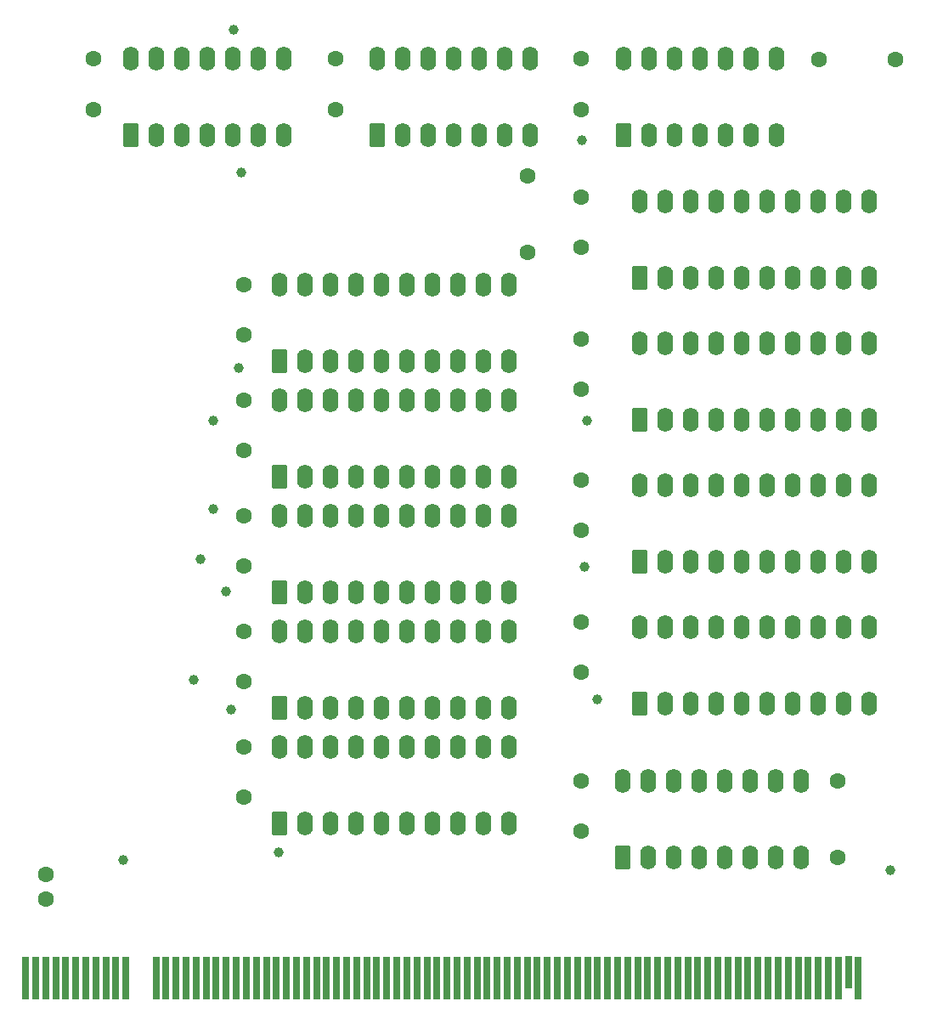
<source format=gbr>
%TF.GenerationSoftware,KiCad,Pcbnew,9.0.5*%
%TF.CreationDate,2025-11-19T18:18:20+02:00*%
%TF.ProjectId,register_file_accum,72656769-7374-4657-925f-66696c655f61,rev?*%
%TF.SameCoordinates,Original*%
%TF.FileFunction,Soldermask,Top*%
%TF.FilePolarity,Negative*%
%FSLAX46Y46*%
G04 Gerber Fmt 4.6, Leading zero omitted, Abs format (unit mm)*
G04 Created by KiCad (PCBNEW 9.0.5) date 2025-11-19 18:18:20*
%MOMM*%
%LPD*%
G01*
G04 APERTURE LIST*
G04 Aperture macros list*
%AMRoundRect*
0 Rectangle with rounded corners*
0 $1 Rounding radius*
0 $2 $3 $4 $5 $6 $7 $8 $9 X,Y pos of 4 corners*
0 Add a 4 corners polygon primitive as box body*
4,1,4,$2,$3,$4,$5,$6,$7,$8,$9,$2,$3,0*
0 Add four circle primitives for the rounded corners*
1,1,$1+$1,$2,$3*
1,1,$1+$1,$4,$5*
1,1,$1+$1,$6,$7*
1,1,$1+$1,$8,$9*
0 Add four rect primitives between the rounded corners*
20,1,$1+$1,$2,$3,$4,$5,0*
20,1,$1+$1,$4,$5,$6,$7,0*
20,1,$1+$1,$6,$7,$8,$9,0*
20,1,$1+$1,$8,$9,$2,$3,0*%
G04 Aperture macros list end*
%ADD10C,1.600000*%
%ADD11C,1.000000*%
%ADD12RoundRect,0.250000X0.550000X-0.950000X0.550000X0.950000X-0.550000X0.950000X-0.550000X-0.950000X0*%
%ADD13O,1.600000X2.400000*%
%ADD14R,0.700000X4.300000*%
%ADD15R,0.700000X3.200000*%
G04 APERTURE END LIST*
D10*
%TO.C,C7*%
X73275000Y-130646036D03*
X73275000Y-128146036D03*
%TD*%
D11*
%TO.C,~{LoadXH}1*%
X92750000Y-58250000D03*
%TD*%
D12*
%TO.C,XH1*%
X96570000Y-77060000D03*
D13*
X99110000Y-77060000D03*
X101650000Y-77060000D03*
X104190000Y-77060000D03*
X106730000Y-77060000D03*
X109270000Y-77060000D03*
X111810000Y-77060000D03*
X114350000Y-77060000D03*
X116890000Y-77060000D03*
X119430000Y-77060000D03*
X119430000Y-69440000D03*
X116890000Y-69440000D03*
X114350000Y-69440000D03*
X111810000Y-69440000D03*
X109270000Y-69440000D03*
X106730000Y-69440000D03*
X104190000Y-69440000D03*
X101650000Y-69440000D03*
X99110000Y-69440000D03*
X96570000Y-69440000D03*
%TD*%
D10*
%TO.C,C10*%
X78050000Y-46940000D03*
X78050000Y-51940000D03*
%TD*%
%TO.C,C6*%
X102200000Y-46940000D03*
X102200000Y-51940000D03*
%TD*%
%TO.C,R6*%
X150380000Y-47000000D03*
X158000000Y-47000000D03*
%TD*%
D12*
%TO.C,YH1*%
X96570000Y-100060000D03*
D13*
X99110000Y-100060000D03*
X101650000Y-100060000D03*
X104190000Y-100060000D03*
X106730000Y-100060000D03*
X109270000Y-100060000D03*
X111810000Y-100060000D03*
X114350000Y-100060000D03*
X116890000Y-100060000D03*
X119430000Y-100060000D03*
X119430000Y-92440000D03*
X116890000Y-92440000D03*
X114350000Y-92440000D03*
X111810000Y-92440000D03*
X109270000Y-92440000D03*
X106730000Y-92440000D03*
X104190000Y-92440000D03*
X101650000Y-92440000D03*
X99110000Y-92440000D03*
X96570000Y-92440000D03*
%TD*%
D11*
%TO.C,~{LoadZL}1*%
X88750000Y-96750000D03*
%TD*%
D14*
%TO.C,BC1*%
X71275000Y-138500000D03*
X72275000Y-138500000D03*
X73275000Y-138500000D03*
X74275000Y-138500000D03*
X75275000Y-138500000D03*
X76275000Y-138500000D03*
X77275000Y-138500000D03*
X78275000Y-138500000D03*
X79275000Y-138500000D03*
X80275000Y-138500000D03*
X81275000Y-138500000D03*
X84275000Y-138500000D03*
X85275000Y-138500000D03*
X86275000Y-138500000D03*
X87275000Y-138500000D03*
X88275000Y-138500000D03*
X89275000Y-138500000D03*
X90275000Y-138500000D03*
X91275000Y-138500000D03*
X92275000Y-138500000D03*
X93275000Y-138500000D03*
X94275000Y-138500000D03*
X95275000Y-138500000D03*
X96275000Y-138500000D03*
X97275000Y-138500000D03*
X98275000Y-138500000D03*
X99275000Y-138500000D03*
X100275000Y-138500000D03*
X101275000Y-138500000D03*
X102275000Y-138500000D03*
X103275000Y-138500000D03*
X104275000Y-138500000D03*
X105275000Y-138500000D03*
X106275000Y-138500000D03*
X107275000Y-138500000D03*
X108275000Y-138500000D03*
X109275000Y-138500000D03*
X110275000Y-138500000D03*
X111275000Y-138500000D03*
X112275000Y-138500000D03*
X113275000Y-138500000D03*
X114275000Y-138500000D03*
X115275000Y-138500000D03*
X116275000Y-138500000D03*
X117275000Y-138500000D03*
X118275000Y-138500000D03*
X119275000Y-138500000D03*
X120275000Y-138500000D03*
X121275000Y-138500000D03*
X122275000Y-138500000D03*
X123275000Y-138500000D03*
X124275000Y-138500000D03*
X125275000Y-138500000D03*
X126275000Y-138500000D03*
X127275000Y-138500000D03*
X128275000Y-138500000D03*
X129275000Y-138500000D03*
X130275000Y-138500000D03*
X131275000Y-138500000D03*
X132275000Y-138500000D03*
X133275000Y-138500000D03*
X134275000Y-138500000D03*
X135275000Y-138500000D03*
X136275000Y-138500000D03*
X137275000Y-138500000D03*
X138275000Y-138500000D03*
X139275000Y-138500000D03*
X140275000Y-138500000D03*
X141275000Y-138500000D03*
X142275000Y-138500000D03*
X143275000Y-138500000D03*
X144275000Y-138500000D03*
X145275000Y-138500000D03*
X146275000Y-138500000D03*
X147275000Y-138500000D03*
X148275000Y-138500000D03*
X149275000Y-138500000D03*
X150275000Y-138500000D03*
X151275000Y-138500000D03*
X152275000Y-138500000D03*
D15*
X153275000Y-137950000D03*
D14*
X154275000Y-138500000D03*
%TD*%
D11*
%TO.C,~{ReadZL}1*%
X91750000Y-111750000D03*
%TD*%
%TO.C,~{PassXL}1*%
X127250000Y-83000000D03*
%TD*%
%TO.C,~{ReadZH}1*%
X96500000Y-126000000D03*
%TD*%
%TO.C,~{LeftXL}1*%
X128250000Y-110750000D03*
%TD*%
D10*
%TO.C,C11*%
X126600000Y-46940000D03*
X126600000Y-51940000D03*
%TD*%
%TO.C,C14*%
X126630000Y-103045000D03*
X126630000Y-108045000D03*
%TD*%
D12*
%TO.C,ZL1*%
X96570000Y-111560000D03*
D13*
X99110000Y-111560000D03*
X101650000Y-111560000D03*
X104190000Y-111560000D03*
X106730000Y-111560000D03*
X109270000Y-111560000D03*
X111810000Y-111560000D03*
X114350000Y-111560000D03*
X116890000Y-111560000D03*
X119430000Y-111560000D03*
X119430000Y-103940000D03*
X116890000Y-103940000D03*
X114350000Y-103940000D03*
X111810000Y-103940000D03*
X109270000Y-103940000D03*
X106730000Y-103940000D03*
X104190000Y-103940000D03*
X101650000Y-103940000D03*
X99110000Y-103940000D03*
X96570000Y-103940000D03*
%TD*%
D10*
%TO.C,R5*%
X121275000Y-66185000D03*
X121275000Y-58565000D03*
%TD*%
D12*
%TO.C,ZH1*%
X96570000Y-123060000D03*
D13*
X99110000Y-123060000D03*
X101650000Y-123060000D03*
X104190000Y-123060000D03*
X106730000Y-123060000D03*
X109270000Y-123060000D03*
X111810000Y-123060000D03*
X114350000Y-123060000D03*
X116890000Y-123060000D03*
X119430000Y-123060000D03*
X119430000Y-115440000D03*
X116890000Y-115440000D03*
X114350000Y-115440000D03*
X111810000Y-115440000D03*
X109270000Y-115440000D03*
X106730000Y-115440000D03*
X104190000Y-115440000D03*
X101650000Y-115440000D03*
X99110000Y-115440000D03*
X96570000Y-115440000D03*
%TD*%
D10*
%TO.C,C2*%
X93000000Y-85940000D03*
X93000000Y-80940000D03*
%TD*%
%TO.C,C5*%
X93000000Y-120440000D03*
X93000000Y-115440000D03*
%TD*%
%TO.C,C4*%
X93000000Y-74440000D03*
X93000000Y-69440000D03*
%TD*%
D11*
%TO.C,~{Clock}1*%
X157500000Y-127750000D03*
%TD*%
%TO.C,~{LoadZH}1*%
X88000000Y-108750000D03*
%TD*%
D10*
%TO.C,R7*%
X152250000Y-118880000D03*
X152250000Y-126500000D03*
%TD*%
%TO.C,C3*%
X93000000Y-97440000D03*
X93000000Y-92440000D03*
%TD*%
%TO.C,C9*%
X126630000Y-60690000D03*
X126630000Y-65690000D03*
%TD*%
%TO.C,C1*%
X93000000Y-108940000D03*
X93000000Y-103940000D03*
%TD*%
D12*
%TO.C,U2*%
X106320000Y-54560000D03*
D13*
X108860000Y-54560000D03*
X111400000Y-54560000D03*
X113940000Y-54560000D03*
X116480000Y-54560000D03*
X119020000Y-54560000D03*
X121560000Y-54560000D03*
X121560000Y-46940000D03*
X119020000Y-46940000D03*
X116480000Y-46940000D03*
X113940000Y-46940000D03*
X111400000Y-46940000D03*
X108860000Y-46940000D03*
X106320000Y-46940000D03*
%TD*%
D11*
%TO.C,~{ReadYH}1*%
X91250000Y-100000000D03*
%TD*%
D10*
%TO.C,C13*%
X126630000Y-74811667D03*
X126630000Y-79811667D03*
%TD*%
D11*
%TO.C,~{LoadXL}1*%
X126750000Y-55000000D03*
%TD*%
D10*
%TO.C,C12*%
X126600000Y-118880000D03*
X126600000Y-123880000D03*
%TD*%
D12*
%TO.C,XL1*%
X132495000Y-68780000D03*
D13*
X135035000Y-68780000D03*
X137575000Y-68780000D03*
X140115000Y-68780000D03*
X142655000Y-68780000D03*
X145195000Y-68780000D03*
X147735000Y-68780000D03*
X150275000Y-68780000D03*
X152815000Y-68780000D03*
X155355000Y-68780000D03*
X155355000Y-61160000D03*
X152815000Y-61160000D03*
X150275000Y-61160000D03*
X147735000Y-61160000D03*
X145195000Y-61160000D03*
X142655000Y-61160000D03*
X140115000Y-61160000D03*
X137575000Y-61160000D03*
X135035000Y-61160000D03*
X132495000Y-61160000D03*
%TD*%
D12*
%TO.C,U8*%
X132495000Y-97018333D03*
D13*
X135035000Y-97018333D03*
X137575000Y-97018333D03*
X140115000Y-97018333D03*
X142655000Y-97018333D03*
X145195000Y-97018333D03*
X147735000Y-97018333D03*
X150275000Y-97018333D03*
X152815000Y-97018333D03*
X155355000Y-97018333D03*
X155355000Y-89398333D03*
X152815000Y-89398333D03*
X150275000Y-89398333D03*
X147735000Y-89398333D03*
X145195000Y-89398333D03*
X142655000Y-89398333D03*
X140115000Y-89398333D03*
X137575000Y-89398333D03*
X135035000Y-89398333D03*
X132495000Y-89398333D03*
%TD*%
D12*
%TO.C,U4*%
X130750000Y-126500000D03*
D13*
X133290000Y-126500000D03*
X135830000Y-126500000D03*
X138370000Y-126500000D03*
X140910000Y-126500000D03*
X143450000Y-126500000D03*
X145990000Y-126500000D03*
X148530000Y-126500000D03*
X148530000Y-118880000D03*
X145990000Y-118880000D03*
X143450000Y-118880000D03*
X140910000Y-118880000D03*
X138370000Y-118880000D03*
X135830000Y-118880000D03*
X133290000Y-118880000D03*
X130750000Y-118880000D03*
%TD*%
D10*
%TO.C,C15*%
X126630000Y-88928333D03*
X126630000Y-93928333D03*
%TD*%
D12*
%TO.C,U1*%
X81800000Y-54560000D03*
D13*
X84340000Y-54560000D03*
X86880000Y-54560000D03*
X89420000Y-54560000D03*
X91960000Y-54560000D03*
X94500000Y-54560000D03*
X97040000Y-54560000D03*
X97040000Y-46940000D03*
X94500000Y-46940000D03*
X91960000Y-46940000D03*
X89420000Y-46940000D03*
X86880000Y-46940000D03*
X84340000Y-46940000D03*
X81800000Y-46940000D03*
%TD*%
D12*
%TO.C,YL1*%
X96570000Y-88560000D03*
D13*
X99110000Y-88560000D03*
X101650000Y-88560000D03*
X104190000Y-88560000D03*
X106730000Y-88560000D03*
X109270000Y-88560000D03*
X111810000Y-88560000D03*
X114350000Y-88560000D03*
X116890000Y-88560000D03*
X119430000Y-88560000D03*
X119430000Y-80940000D03*
X116890000Y-80940000D03*
X114350000Y-80940000D03*
X111810000Y-80940000D03*
X109270000Y-80940000D03*
X106730000Y-80940000D03*
X104190000Y-80940000D03*
X101650000Y-80940000D03*
X99110000Y-80940000D03*
X96570000Y-80940000D03*
%TD*%
D11*
%TO.C,~{LoadYH}1*%
X92000000Y-44000000D03*
%TD*%
%TO.C,~{ReadYL}1*%
X90000000Y-91750000D03*
%TD*%
%TO.C,~{ReadXH}1*%
X90000000Y-83000000D03*
%TD*%
%TO.C,~{RightXL}1*%
X127000000Y-97500000D03*
%TD*%
D12*
%TO.C,U3*%
X130840000Y-54560000D03*
D13*
X133380000Y-54560000D03*
X135920000Y-54560000D03*
X138460000Y-54560000D03*
X141000000Y-54560000D03*
X143540000Y-54560000D03*
X146080000Y-54560000D03*
X146080000Y-46940000D03*
X143540000Y-46940000D03*
X141000000Y-46940000D03*
X138460000Y-46940000D03*
X135920000Y-46940000D03*
X133380000Y-46940000D03*
X130840000Y-46940000D03*
%TD*%
D11*
%TO.C,Power1*%
X81000000Y-126750000D03*
%TD*%
%TO.C,~{LoadYL}1*%
X92500000Y-77750000D03*
%TD*%
D12*
%TO.C,U6*%
X132495000Y-82901667D03*
D13*
X135035000Y-82901667D03*
X137575000Y-82901667D03*
X140115000Y-82901667D03*
X142655000Y-82901667D03*
X145195000Y-82901667D03*
X147735000Y-82901667D03*
X150275000Y-82901667D03*
X152815000Y-82901667D03*
X155355000Y-82901667D03*
X155355000Y-75281667D03*
X152815000Y-75281667D03*
X150275000Y-75281667D03*
X147735000Y-75281667D03*
X145195000Y-75281667D03*
X142655000Y-75281667D03*
X140115000Y-75281667D03*
X137575000Y-75281667D03*
X135035000Y-75281667D03*
X132495000Y-75281667D03*
%TD*%
D12*
%TO.C,U7*%
X132495000Y-111135000D03*
D13*
X135035000Y-111135000D03*
X137575000Y-111135000D03*
X140115000Y-111135000D03*
X142655000Y-111135000D03*
X145195000Y-111135000D03*
X147735000Y-111135000D03*
X150275000Y-111135000D03*
X152815000Y-111135000D03*
X155355000Y-111135000D03*
X155355000Y-103515000D03*
X152815000Y-103515000D03*
X150275000Y-103515000D03*
X147735000Y-103515000D03*
X145195000Y-103515000D03*
X142655000Y-103515000D03*
X140115000Y-103515000D03*
X137575000Y-103515000D03*
X135035000Y-103515000D03*
X132495000Y-103515000D03*
%TD*%
M02*

</source>
